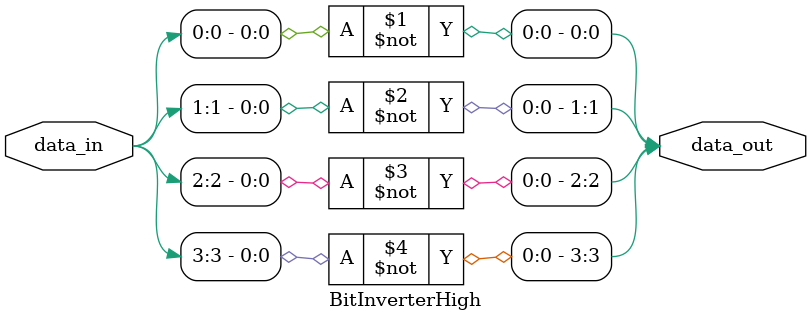
<source format=sv>
module MultiDriveNOT(
    input [7:0] vector,
    output [7:0] inverse
);
    // Split the 8-bit vector into two 4-bit groups for better fanout control
    wire [3:0] lower_inverse, upper_inverse;
    
    // Instantiate lower bits inverter (bits [3:0])
    BitInverterLow lower_inverter (
        .data_in(vector[3:0]),
        .data_out(lower_inverse)
    );
    
    // Instantiate upper bits inverter (bits [7:4])
    BitInverterHigh upper_inverter (
        .data_in(vector[7:4]),
        .data_out(upper_inverse)
    );
    
    // Combine the outputs
    assign inverse = {upper_inverse, lower_inverse};
endmodule

// Sub-module for inverting lower 4 bits
module BitInverterLow(
    input [3:0] data_in,
    output [3:0] data_out
);
    // Parameterized to allow for future customization
    parameter INVERT_ENABLE = 1'b1;
    
    // Conditional inversion based on parameter
    assign data_out = INVERT_ENABLE ? ~data_in : data_in;
endmodule

// Sub-module for inverting upper 4 bits
module BitInverterHigh(
    input [3:0] data_in,
    output [3:0] data_out
);
    // Using generate for potential future customization
    genvar i;
    generate
        for (i = 0; i < 4; i = i + 1) begin : gen_inverters
            // Individual bit inversion for better control
            assign data_out[i] = ~data_in[i];
        end
    endgenerate
endmodule
</source>
